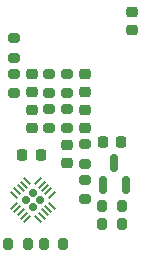
<source format=gtp>
G04 #@! TF.GenerationSoftware,KiCad,Pcbnew,7.0.9*
G04 #@! TF.CreationDate,2023-11-23T02:36:07+01:00*
G04 #@! TF.ProjectId,bosch_kf4_pll,626f7363-685f-46b6-9634-5f706c6c2e6b,2*
G04 #@! TF.SameCoordinates,Original*
G04 #@! TF.FileFunction,Paste,Top*
G04 #@! TF.FilePolarity,Positive*
%FSLAX46Y46*%
G04 Gerber Fmt 4.6, Leading zero omitted, Abs format (unit mm)*
G04 Created by KiCad (PCBNEW 7.0.9) date 2023-11-23 02:36:07*
%MOMM*%
%LPD*%
G01*
G04 APERTURE LIST*
G04 Aperture macros list*
%AMRoundRect*
0 Rectangle with rounded corners*
0 $1 Rounding radius*
0 $2 $3 $4 $5 $6 $7 $8 $9 X,Y pos of 4 corners*
0 Add a 4 corners polygon primitive as box body*
4,1,4,$2,$3,$4,$5,$6,$7,$8,$9,$2,$3,0*
0 Add four circle primitives for the rounded corners*
1,1,$1+$1,$2,$3*
1,1,$1+$1,$4,$5*
1,1,$1+$1,$6,$7*
1,1,$1+$1,$8,$9*
0 Add four rect primitives between the rounded corners*
20,1,$1+$1,$2,$3,$4,$5,0*
20,1,$1+$1,$4,$5,$6,$7,0*
20,1,$1+$1,$6,$7,$8,$9,0*
20,1,$1+$1,$8,$9,$2,$3,0*%
G04 Aperture macros list end*
%ADD10RoundRect,0.200000X0.200000X0.275000X-0.200000X0.275000X-0.200000X-0.275000X0.200000X-0.275000X0*%
%ADD11RoundRect,0.200000X0.275000X-0.200000X0.275000X0.200000X-0.275000X0.200000X-0.275000X-0.200000X0*%
%ADD12RoundRect,0.225000X-0.225000X-0.250000X0.225000X-0.250000X0.225000X0.250000X-0.225000X0.250000X0*%
%ADD13RoundRect,0.200000X-0.275000X0.200000X-0.275000X-0.200000X0.275000X-0.200000X0.275000X0.200000X0*%
%ADD14RoundRect,0.172500X0.000000X0.243952X-0.243952X0.000000X0.000000X-0.243952X0.243952X0.000000X0*%
%ADD15RoundRect,0.050000X0.220971X0.291682X-0.291682X-0.220971X-0.220971X-0.291682X0.291682X0.220971X0*%
%ADD16RoundRect,0.050000X-0.220971X0.291682X-0.291682X0.220971X0.220971X-0.291682X0.291682X-0.220971X0*%
%ADD17RoundRect,0.200000X-0.200000X-0.275000X0.200000X-0.275000X0.200000X0.275000X-0.200000X0.275000X0*%
%ADD18RoundRect,0.150000X0.150000X-0.587500X0.150000X0.587500X-0.150000X0.587500X-0.150000X-0.587500X0*%
%ADD19RoundRect,0.225000X0.250000X-0.225000X0.250000X0.225000X-0.250000X0.225000X-0.250000X-0.225000X0*%
%ADD20RoundRect,0.225000X-0.250000X0.225000X-0.250000X-0.225000X0.250000X-0.225000X0.250000X0.225000X0*%
G04 APERTURE END LIST*
D10*
X146142500Y-97730000D03*
X144492500Y-97730000D03*
D11*
X144987500Y-84925000D03*
X144987500Y-83275000D03*
D12*
X142712500Y-90200000D03*
X144262500Y-90200000D03*
D13*
X146487500Y-83275000D03*
X146487500Y-84925000D03*
D14*
X144188541Y-94000000D03*
X143587500Y-93398959D03*
X143587500Y-94601041D03*
X142986459Y-94000000D03*
D15*
X145187329Y-93531542D03*
X144904486Y-93248699D03*
X144621644Y-92965856D03*
X144338801Y-92683014D03*
X144055958Y-92400171D03*
D16*
X143119042Y-92400171D03*
X142836199Y-92683014D03*
X142553356Y-92965856D03*
X142270514Y-93248699D03*
X141987671Y-93531542D03*
D15*
X141987671Y-94468458D03*
X142270514Y-94751301D03*
X142553356Y-95034144D03*
X142836199Y-95316986D03*
X143119042Y-95599829D03*
D16*
X144055958Y-95599829D03*
X144338801Y-95316986D03*
X144621644Y-95034144D03*
X144904486Y-94751301D03*
X145187329Y-94468458D03*
D17*
X149462500Y-96000000D03*
X151112500Y-96000000D03*
D13*
X141987500Y-80275000D03*
X141987500Y-81925000D03*
X141987500Y-83275000D03*
X141987500Y-84925000D03*
D18*
X149537500Y-92737500D03*
X151437500Y-92737500D03*
X150487500Y-90862500D03*
D19*
X147987500Y-84875000D03*
X147987500Y-83325000D03*
D20*
X143487500Y-86325000D03*
X143487500Y-87875000D03*
D19*
X151987500Y-79575000D03*
X151987500Y-78025000D03*
D13*
X146487500Y-86275000D03*
X146487500Y-87925000D03*
D12*
X149512500Y-89100000D03*
X151062500Y-89100000D03*
D20*
X146487500Y-89325000D03*
X146487500Y-90875000D03*
D19*
X147987500Y-87875000D03*
X147987500Y-86325000D03*
D20*
X143487500Y-83325000D03*
X143487500Y-84875000D03*
D13*
X147987500Y-89275000D03*
X147987500Y-90925000D03*
X147987500Y-92275000D03*
X147987500Y-93925000D03*
D17*
X149462500Y-94500000D03*
X151112500Y-94500000D03*
X141492500Y-97730000D03*
X143142500Y-97730000D03*
D11*
X144987500Y-87925000D03*
X144987500Y-86275000D03*
M02*

</source>
